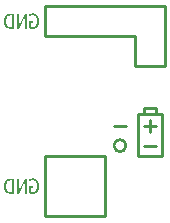
<source format=gbo>
G04*
G04 #@! TF.GenerationSoftware,Altium Limited,Altium Designer,18.1.7 (191)*
G04*
G04 Layer_Color=32896*
%FSLAX24Y24*%
%MOIN*%
G70*
G01*
G75*
%ADD16C,0.0100*%
G36*
X2415Y2250D02*
X2343D01*
Y2661D01*
X2147Y2250D01*
X2054D01*
Y2749D01*
X2126D01*
Y2338D01*
X2323Y2749D01*
X2415D01*
Y2250D01*
D02*
G37*
G36*
X2615Y2759D02*
X2631Y2757D01*
X2647Y2753D01*
X2661Y2749D01*
X2675Y2743D01*
X2687Y2738D01*
X2698Y2732D01*
X2708Y2725D01*
X2717Y2718D01*
X2725Y2712D01*
X2731Y2707D01*
X2737Y2701D01*
X2741Y2697D01*
X2744Y2693D01*
X2746Y2691D01*
X2747Y2691D01*
X2756Y2677D01*
X2764Y2663D01*
X2771Y2647D01*
X2777Y2632D01*
X2783Y2616D01*
X2787Y2600D01*
X2791Y2584D01*
X2793Y2569D01*
X2796Y2555D01*
X2797Y2541D01*
X2798Y2530D01*
X2799Y2520D01*
X2799Y2511D01*
X2800Y2508D01*
Y2505D01*
Y2503D01*
Y2501D01*
Y2500D01*
Y2499D01*
X2799Y2477D01*
X2798Y2455D01*
X2795Y2436D01*
X2792Y2417D01*
X2788Y2400D01*
X2783Y2384D01*
X2778Y2370D01*
X2773Y2357D01*
X2769Y2346D01*
X2764Y2336D01*
X2759Y2327D01*
X2756Y2320D01*
X2752Y2315D01*
X2749Y2311D01*
X2748Y2308D01*
X2747Y2308D01*
X2737Y2296D01*
X2726Y2286D01*
X2714Y2276D01*
X2702Y2269D01*
X2690Y2262D01*
X2677Y2257D01*
X2665Y2252D01*
X2653Y2248D01*
X2642Y2246D01*
X2632Y2243D01*
X2623Y2242D01*
X2615Y2241D01*
X2608Y2241D01*
X2604Y2240D01*
X2599D01*
X2585Y2241D01*
X2571Y2242D01*
X2559Y2244D01*
X2547Y2247D01*
X2539Y2249D01*
X2535Y2250D01*
X2532Y2251D01*
X2529Y2252D01*
X2528Y2252D01*
X2526Y2253D01*
X2526D01*
X2513Y2258D01*
X2501Y2264D01*
X2491Y2271D01*
X2482Y2277D01*
X2475Y2282D01*
X2469Y2287D01*
X2467Y2288D01*
X2465Y2289D01*
X2465Y2291D01*
X2464D01*
Y2506D01*
X2602D01*
Y2451D01*
X2529D01*
Y2316D01*
X2535Y2312D01*
X2540Y2309D01*
X2545Y2306D01*
X2550Y2304D01*
X2554Y2302D01*
X2557Y2301D01*
X2560Y2300D01*
X2560D01*
X2567Y2298D01*
X2574Y2297D01*
X2580Y2296D01*
X2586Y2296D01*
X2591D01*
X2596Y2295D01*
X2600D01*
X2612Y2296D01*
X2623Y2297D01*
X2633Y2299D01*
X2643Y2303D01*
X2652Y2307D01*
X2660Y2311D01*
X2667Y2315D01*
X2673Y2320D01*
X2679Y2324D01*
X2684Y2329D01*
X2688Y2333D01*
X2692Y2337D01*
X2695Y2340D01*
X2696Y2343D01*
X2697Y2344D01*
X2698Y2345D01*
X2703Y2355D01*
X2708Y2366D01*
X2712Y2378D01*
X2716Y2390D01*
X2719Y2403D01*
X2722Y2416D01*
X2724Y2428D01*
X2726Y2441D01*
X2727Y2453D01*
X2728Y2464D01*
X2728Y2474D01*
X2729Y2482D01*
X2730Y2489D01*
Y2495D01*
Y2498D01*
Y2499D01*
Y2499D01*
X2729Y2518D01*
X2728Y2535D01*
X2727Y2551D01*
X2725Y2566D01*
X2722Y2580D01*
X2719Y2593D01*
X2716Y2605D01*
X2713Y2615D01*
X2710Y2624D01*
X2707Y2631D01*
X2705Y2638D01*
X2702Y2643D01*
X2700Y2647D01*
X2698Y2651D01*
X2697Y2652D01*
X2697Y2653D01*
X2690Y2662D01*
X2683Y2670D01*
X2675Y2677D01*
X2667Y2683D01*
X2659Y2688D01*
X2651Y2692D01*
X2642Y2695D01*
X2635Y2698D01*
X2627Y2700D01*
X2620Y2702D01*
X2614Y2703D01*
X2608Y2704D01*
X2604D01*
X2600Y2705D01*
X2597D01*
X2586Y2704D01*
X2575Y2702D01*
X2565Y2701D01*
X2556Y2698D01*
X2548Y2696D01*
X2542Y2694D01*
X2540Y2693D01*
X2539Y2692D01*
X2538Y2692D01*
X2537D01*
X2527Y2687D01*
X2516Y2681D01*
X2507Y2675D01*
X2499Y2668D01*
X2491Y2663D01*
X2486Y2658D01*
X2484Y2656D01*
X2483Y2655D01*
X2482Y2655D01*
X2481Y2654D01*
Y2723D01*
X2491Y2730D01*
X2501Y2735D01*
X2511Y2740D01*
X2520Y2743D01*
X2527Y2746D01*
X2532Y2748D01*
X2535Y2749D01*
X2536Y2749D01*
X2537Y2750D01*
X2537D01*
X2549Y2753D01*
X2559Y2756D01*
X2569Y2757D01*
X2578Y2758D01*
X2586Y2759D01*
X2592Y2759D01*
X2597D01*
X2615Y2759D01*
D02*
G37*
G36*
X1961Y2250D02*
X1860D01*
X1839Y2251D01*
X1820Y2253D01*
X1802Y2256D01*
X1785Y2259D01*
X1770Y2264D01*
X1756Y2269D01*
X1744Y2274D01*
X1733Y2281D01*
X1723Y2286D01*
X1714Y2292D01*
X1707Y2297D01*
X1701Y2301D01*
X1697Y2305D01*
X1694Y2308D01*
X1692Y2310D01*
X1691Y2310D01*
X1682Y2323D01*
X1673Y2336D01*
X1666Y2350D01*
X1659Y2366D01*
X1654Y2382D01*
X1650Y2397D01*
X1646Y2413D01*
X1643Y2428D01*
X1641Y2443D01*
X1639Y2456D01*
X1638Y2468D01*
X1637Y2479D01*
Y2488D01*
X1637Y2491D01*
Y2494D01*
Y2496D01*
Y2498D01*
Y2499D01*
Y2500D01*
X1637Y2523D01*
X1639Y2545D01*
X1642Y2565D01*
X1645Y2584D01*
X1649Y2601D01*
X1654Y2616D01*
X1659Y2630D01*
X1664Y2643D01*
X1669Y2654D01*
X1674Y2663D01*
X1678Y2671D01*
X1683Y2678D01*
X1686Y2683D01*
X1689Y2687D01*
X1691Y2689D01*
X1691Y2690D01*
X1702Y2700D01*
X1714Y2710D01*
X1727Y2718D01*
X1741Y2725D01*
X1754Y2731D01*
X1768Y2736D01*
X1782Y2740D01*
X1796Y2743D01*
X1809Y2746D01*
X1821Y2747D01*
X1832Y2749D01*
X1841Y2749D01*
X1849Y2750D01*
X1855Y2751D01*
X1961D01*
Y2250D01*
D02*
G37*
G36*
X2415Y7750D02*
X2343D01*
Y8161D01*
X2147Y7750D01*
X2054D01*
Y8249D01*
X2126D01*
Y7838D01*
X2323Y8249D01*
X2415D01*
Y7750D01*
D02*
G37*
G36*
X2615Y8259D02*
X2631Y8257D01*
X2647Y8253D01*
X2661Y8249D01*
X2675Y8243D01*
X2687Y8238D01*
X2698Y8232D01*
X2708Y8225D01*
X2717Y8218D01*
X2725Y8212D01*
X2731Y8207D01*
X2737Y8201D01*
X2741Y8197D01*
X2744Y8193D01*
X2746Y8191D01*
X2747Y8191D01*
X2756Y8177D01*
X2764Y8163D01*
X2771Y8147D01*
X2777Y8132D01*
X2783Y8116D01*
X2787Y8100D01*
X2791Y8084D01*
X2793Y8069D01*
X2796Y8055D01*
X2797Y8041D01*
X2798Y8030D01*
X2799Y8020D01*
X2799Y8011D01*
X2800Y8008D01*
Y8005D01*
Y8003D01*
Y8001D01*
Y8000D01*
Y7999D01*
X2799Y7977D01*
X2798Y7955D01*
X2795Y7936D01*
X2792Y7917D01*
X2788Y7900D01*
X2783Y7884D01*
X2778Y7870D01*
X2773Y7857D01*
X2769Y7846D01*
X2764Y7836D01*
X2759Y7827D01*
X2756Y7820D01*
X2752Y7815D01*
X2749Y7811D01*
X2748Y7808D01*
X2747Y7808D01*
X2737Y7796D01*
X2726Y7786D01*
X2714Y7776D01*
X2702Y7769D01*
X2690Y7762D01*
X2677Y7757D01*
X2665Y7752D01*
X2653Y7748D01*
X2642Y7746D01*
X2632Y7743D01*
X2623Y7742D01*
X2615Y7741D01*
X2608Y7741D01*
X2604Y7740D01*
X2599D01*
X2585Y7741D01*
X2571Y7742D01*
X2559Y7744D01*
X2547Y7747D01*
X2539Y7749D01*
X2535Y7750D01*
X2532Y7751D01*
X2529Y7752D01*
X2528Y7752D01*
X2526Y7753D01*
X2526D01*
X2513Y7758D01*
X2501Y7764D01*
X2491Y7771D01*
X2482Y7777D01*
X2475Y7782D01*
X2469Y7787D01*
X2467Y7788D01*
X2465Y7789D01*
X2465Y7791D01*
X2464D01*
Y8006D01*
X2602D01*
Y7951D01*
X2529D01*
Y7816D01*
X2535Y7812D01*
X2540Y7809D01*
X2545Y7806D01*
X2550Y7804D01*
X2554Y7802D01*
X2557Y7801D01*
X2560Y7800D01*
X2560D01*
X2567Y7798D01*
X2574Y7797D01*
X2580Y7796D01*
X2586Y7796D01*
X2591D01*
X2596Y7795D01*
X2600D01*
X2612Y7796D01*
X2623Y7797D01*
X2633Y7799D01*
X2643Y7803D01*
X2652Y7807D01*
X2660Y7811D01*
X2667Y7815D01*
X2673Y7820D01*
X2679Y7824D01*
X2684Y7829D01*
X2688Y7833D01*
X2692Y7837D01*
X2695Y7840D01*
X2696Y7843D01*
X2697Y7844D01*
X2698Y7845D01*
X2703Y7855D01*
X2708Y7866D01*
X2712Y7878D01*
X2716Y7890D01*
X2719Y7903D01*
X2722Y7916D01*
X2724Y7928D01*
X2726Y7941D01*
X2727Y7953D01*
X2728Y7964D01*
X2728Y7974D01*
X2729Y7982D01*
X2730Y7989D01*
Y7995D01*
Y7998D01*
Y7999D01*
Y7999D01*
X2729Y8018D01*
X2728Y8035D01*
X2727Y8051D01*
X2725Y8066D01*
X2722Y8080D01*
X2719Y8093D01*
X2716Y8105D01*
X2713Y8115D01*
X2710Y8124D01*
X2707Y8131D01*
X2705Y8138D01*
X2702Y8144D01*
X2700Y8147D01*
X2698Y8151D01*
X2697Y8152D01*
X2697Y8153D01*
X2690Y8162D01*
X2683Y8170D01*
X2675Y8177D01*
X2667Y8183D01*
X2659Y8188D01*
X2651Y8192D01*
X2642Y8195D01*
X2635Y8198D01*
X2627Y8200D01*
X2620Y8202D01*
X2614Y8203D01*
X2608Y8204D01*
X2604D01*
X2600Y8205D01*
X2597D01*
X2586Y8204D01*
X2575Y8202D01*
X2565Y8201D01*
X2556Y8198D01*
X2548Y8196D01*
X2542Y8194D01*
X2540Y8193D01*
X2539Y8192D01*
X2538Y8192D01*
X2537D01*
X2527Y8187D01*
X2516Y8181D01*
X2507Y8175D01*
X2499Y8168D01*
X2491Y8163D01*
X2486Y8158D01*
X2484Y8156D01*
X2483Y8155D01*
X2482Y8155D01*
X2481Y8154D01*
Y8223D01*
X2491Y8230D01*
X2501Y8235D01*
X2511Y8240D01*
X2520Y8243D01*
X2527Y8246D01*
X2532Y8248D01*
X2535Y8249D01*
X2536Y8249D01*
X2537Y8250D01*
X2537D01*
X2549Y8253D01*
X2559Y8256D01*
X2569Y8257D01*
X2578Y8258D01*
X2586Y8259D01*
X2592Y8259D01*
X2597D01*
X2615Y8259D01*
D02*
G37*
G36*
X1961Y7750D02*
X1860D01*
X1839Y7751D01*
X1820Y7753D01*
X1802Y7756D01*
X1785Y7759D01*
X1770Y7764D01*
X1756Y7769D01*
X1744Y7774D01*
X1733Y7781D01*
X1723Y7786D01*
X1714Y7792D01*
X1707Y7797D01*
X1701Y7801D01*
X1697Y7805D01*
X1694Y7808D01*
X1692Y7810D01*
X1691Y7810D01*
X1682Y7823D01*
X1673Y7836D01*
X1666Y7850D01*
X1659Y7866D01*
X1654Y7882D01*
X1650Y7897D01*
X1646Y7913D01*
X1643Y7928D01*
X1641Y7943D01*
X1639Y7956D01*
X1638Y7968D01*
X1637Y7979D01*
Y7988D01*
X1637Y7991D01*
Y7994D01*
Y7996D01*
Y7998D01*
Y7999D01*
Y8000D01*
X1637Y8023D01*
X1639Y8045D01*
X1642Y8065D01*
X1645Y8084D01*
X1649Y8101D01*
X1654Y8116D01*
X1659Y8130D01*
X1664Y8143D01*
X1669Y8154D01*
X1674Y8163D01*
X1678Y8171D01*
X1683Y8178D01*
X1686Y8183D01*
X1689Y8187D01*
X1691Y8189D01*
X1691Y8190D01*
X1702Y8200D01*
X1714Y8210D01*
X1727Y8218D01*
X1741Y8225D01*
X1754Y8231D01*
X1768Y8236D01*
X1782Y8240D01*
X1796Y8243D01*
X1809Y8246D01*
X1821Y8247D01*
X1832Y8249D01*
X1841Y8249D01*
X1849Y8250D01*
X1855Y8251D01*
X1961D01*
Y7750D01*
D02*
G37*
%LPC*%
G36*
X1893Y2695D02*
X1861D01*
X1846Y2695D01*
X1832Y2693D01*
X1819Y2691D01*
X1807Y2688D01*
X1796Y2685D01*
X1786Y2682D01*
X1778Y2678D01*
X1770Y2674D01*
X1763Y2670D01*
X1757Y2666D01*
X1753Y2663D01*
X1749Y2660D01*
X1746Y2657D01*
X1744Y2655D01*
X1743Y2653D01*
X1742Y2653D01*
X1736Y2644D01*
X1731Y2634D01*
X1727Y2623D01*
X1723Y2611D01*
X1719Y2599D01*
X1717Y2586D01*
X1713Y2561D01*
X1711Y2549D01*
X1710Y2537D01*
X1709Y2527D01*
X1709Y2518D01*
X1708Y2510D01*
Y2505D01*
Y2503D01*
Y2501D01*
Y2500D01*
Y2500D01*
X1709Y2480D01*
X1710Y2461D01*
X1712Y2445D01*
X1713Y2429D01*
X1716Y2415D01*
X1719Y2403D01*
X1722Y2392D01*
X1725Y2382D01*
X1728Y2374D01*
X1732Y2367D01*
X1734Y2360D01*
X1737Y2355D01*
X1739Y2352D01*
X1741Y2349D01*
X1742Y2348D01*
X1742Y2347D01*
X1749Y2340D01*
X1757Y2333D01*
X1765Y2328D01*
X1775Y2323D01*
X1785Y2319D01*
X1795Y2315D01*
X1805Y2313D01*
X1814Y2310D01*
X1824Y2309D01*
X1833Y2308D01*
X1840Y2307D01*
X1848Y2306D01*
X1853D01*
X1858Y2306D01*
X1893D01*
Y2695D01*
D02*
G37*
G36*
Y8195D02*
X1861D01*
X1846Y8195D01*
X1832Y8193D01*
X1819Y8191D01*
X1807Y8188D01*
X1796Y8185D01*
X1786Y8182D01*
X1778Y8178D01*
X1770Y8174D01*
X1763Y8170D01*
X1757Y8166D01*
X1753Y8163D01*
X1749Y8160D01*
X1746Y8157D01*
X1744Y8155D01*
X1743Y8153D01*
X1742Y8153D01*
X1736Y8144D01*
X1731Y8134D01*
X1727Y8123D01*
X1723Y8111D01*
X1719Y8099D01*
X1717Y8086D01*
X1713Y8061D01*
X1711Y8049D01*
X1710Y8037D01*
X1709Y8027D01*
X1709Y8018D01*
X1708Y8010D01*
Y8005D01*
Y8003D01*
Y8001D01*
Y8000D01*
Y8000D01*
X1709Y7980D01*
X1710Y7961D01*
X1712Y7945D01*
X1713Y7929D01*
X1716Y7915D01*
X1719Y7903D01*
X1722Y7892D01*
X1725Y7882D01*
X1728Y7874D01*
X1732Y7867D01*
X1734Y7860D01*
X1737Y7855D01*
X1739Y7852D01*
X1741Y7849D01*
X1742Y7848D01*
X1742Y7847D01*
X1749Y7840D01*
X1757Y7833D01*
X1765Y7828D01*
X1775Y7823D01*
X1785Y7819D01*
X1795Y7815D01*
X1805Y7813D01*
X1814Y7810D01*
X1824Y7809D01*
X1833Y7808D01*
X1840Y7807D01*
X1848Y7806D01*
X1853D01*
X1858Y7806D01*
X1893D01*
Y8195D01*
D02*
G37*
%LPD*%
D16*
X5700Y3850D02*
G03*
X5700Y3850I-200J0D01*
G01*
X5300Y4500D02*
X5700D01*
X6300Y4900D02*
Y5100D01*
X6700D01*
Y4900D02*
Y5100D01*
X6300Y3850D02*
X6700D01*
X6500Y4300D02*
Y4700D01*
X6300Y4500D02*
X6700D01*
X6900Y3500D02*
Y4900D01*
X6100D02*
X6900D01*
X6100Y3500D02*
Y4900D01*
Y3500D02*
X6900D01*
X3000Y1500D02*
Y3500D01*
Y1500D02*
X5000D01*
Y3500D01*
X3000D02*
X5000D01*
X3000Y7500D02*
Y8500D01*
Y7500D02*
X6000D01*
Y6500D02*
Y7500D01*
Y6500D02*
X7000D01*
Y8500D01*
X6900D02*
X7000D01*
X3000D02*
X6900D01*
M02*

</source>
